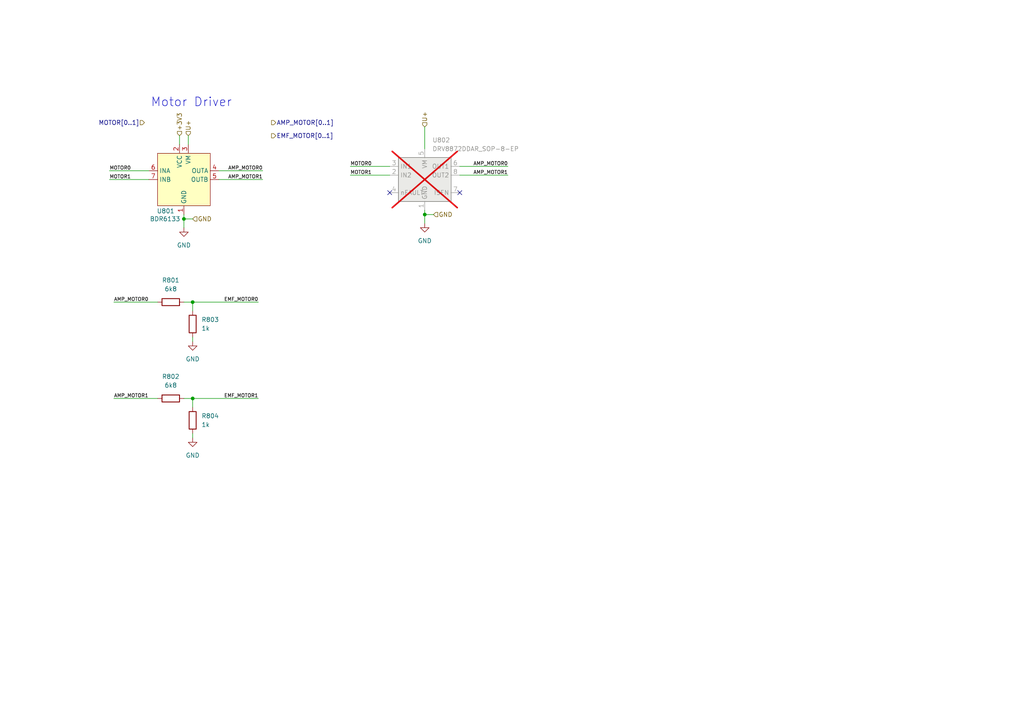
<source format=kicad_sch>
(kicad_sch (version 20231120) (generator "eeschema") (generator_version "8.0")
  (paper "A4")
  (lib_symbols
    (symbol "BDR6133:BDR6133"
      (property "Reference" "U" (at -7.112 -10.922 0))
      (property "Value" "BDR6133" (at -3.302 -8.89 0))
      (symbol "BDR6133_0_0"
        (pin power_in line (at 0 -10.16 90) (length 2.54) (name "GND") (number "1"))
        (pin power_in line (at -1.27 10.16 270) (length 2.54) (name "VCC") (number "2"))
        (pin power_in line (at 1.27 10.16 270) (length 2.54) (name "VM") (number "3"))
        (pin output line (at 10.16 2.54 180) (length 2.54) (name "OUTA") (number "4"))
        (pin output line (at 10.16 0 180) (length 2.54) (name "OUTB") (number "5"))
        (pin input line (at -10.16 2.54 0) (length 2.54) (name "INA") (number "6"))
        (pin input line (at -10.16 0 0) (length 2.54) (name "INB") (number "7"))
      )
      (symbol "BDR6133_1_0"
        (pin no_connect line (at -10.16 -2.54 0) (length 2.54) hide (name "NC") (number "8"))
      )
      (symbol "BDR6133_1_1"
        (rectangle (start -7.62 7.62) (end 7.62 -7.62) (fill (type background)))
      )
    )
    (symbol "Device:R" (pin_numbers hide) (pin_names (offset 0))
      (property "Reference" "R" (at 2.032 0 90))
      (property "Value" "R" (at 0 0 90))
      (symbol "R_0_1"
        (rectangle (start -1.016 -2.54) (end 1.016 2.54) (stroke (width 0.254)))
      )
      (symbol "R_1_1"
        (pin passive line (at 0 3.81 270) (length 1.27) (name "~") (number "1"))
        (pin passive line (at 0 -3.81 90) (length 1.27) (name "~") (number "2"))
      )
    )
    (symbol "Driver_Motor:DRV8872DDA"
      (property "Reference" "U" (at -6.35 6.35 0))
      (property "Value" "DRV8872DDA" (at 8.89 6.35 0))
      (symbol "DRV8872DDA_0_1"
        (rectangle (start -7.62 5.08) (end 7.62 -7.62) (stroke (width 0.254)) (fill (type background)))
      )
      (symbol "DRV8872DDA_1_1"
        (pin power_in line (at 0 -10.16 90) (length 2.54) (name "GND") (number "1"))
        (pin input line (at -10.16 0 0) (length 2.54) (name "IN2") (number "2"))
        (pin input line (at -10.16 2.54 0) (length 2.54) (name "IN1") (number "3"))
        (pin open_collector line (at -10.16 -5.08 0) (length 2.54) (name "nFAULT") (number "4"))
        (pin power_in line (at 0 7.62 270) (length 2.54) (name "VM") (number "5"))
        (pin output line (at 10.16 2.54 180) (length 2.54) (name "OUT1") (number "6"))
        (pin passive line (at 10.16 -5.08 180) (length 2.54) (name "ISEN") (number "7"))
        (pin output line (at 10.16 0 180) (length 2.54) (name "OUT2") (number "8"))
        (pin passive line (at 0 -10.16 90) (length 2.54) hide (name "GND") (number "9"))
      )
    )
    (symbol "power:GND" (power) (pin_names (offset 0))
      (property "Value" "GND" (at 0 -3.81 0))
      (symbol "GND_0_1"
        (polyline (pts (xy 0 0) (xy 0 -1.27) (xy 1.27 -1.27) (xy 0 -2.54) (xy -1.27 -1.27) (xy 0 -1.27)))
      )
      (symbol "GND_1_1"
        (pin power_in line (at 0 0 270) (length 0) hide (name "GND") (number "1"))
      )
    )
  )
  (junction (at 55.88 87.63))
  (junction (at 53.34 63.5))
  (junction (at 123.19 62.23))
  (junction (at 55.88 115.57))
  (no_connect (at 133.35 55.88))
  (no_connect (at 113.03 55.88))
  (wire (pts (xy 55.88 87.63) (xy 55.88 90.17)))
  (wire (pts (xy 53.34 87.63) (xy 55.88 87.63)))
  (wire (pts (xy 53.34 63.5) (xy 53.34 62.23)))
  (wire (pts (xy 53.34 115.57) (xy 55.88 115.57)))
  (wire (pts (xy 123.19 36.83) (xy 123.19 43.18)))
  (wire (pts (xy 55.88 125.73) (xy 55.88 127)))
  (wire (pts (xy 123.19 62.23) (xy 123.19 64.77)))
  (wire (pts (xy 53.34 63.5) (xy 53.34 66.04)))
  (wire (pts (xy 133.35 50.8) (xy 147.32 50.8)))
  (wire (pts (xy 101.6 48.26) (xy 113.03 48.26)))
  (wire (pts (xy 31.75 52.07) (xy 43.18 52.07)))
  (wire (pts (xy 123.19 62.23) (xy 125.73 62.23)))
  (wire (pts (xy 33.02 115.57) (xy 45.72 115.57)))
  (wire (pts (xy 54.61 39.37) (xy 54.61 41.91)))
  (wire (pts (xy 33.02 87.63) (xy 45.72 87.63)))
  (wire (pts (xy 53.34 63.5) (xy 55.88 63.5)))
  (wire (pts (xy 76.2 49.53) (xy 63.5 49.53)))
  (wire (pts (xy 31.75 49.53) (xy 43.18 49.53)))
  (wire (pts (xy 76.2 52.07) (xy 63.5 52.07)))
  (wire (pts (xy 55.88 97.79) (xy 55.88 99.06)))
  (wire (pts (xy 55.88 115.57) (xy 55.88 118.11)))
  (wire (pts (xy 52.07 39.37) (xy 52.07 41.91)))
  (wire (pts (xy 101.6 50.8) (xy 113.03 50.8)))
  (wire (pts (xy 133.35 48.26) (xy 147.32 48.26)))
  (wire (pts (xy 55.88 115.57) (xy 74.93 115.57)))
  (wire (pts (xy 123.19 60.96) (xy 123.19 62.23)))
  (wire (pts (xy 55.88 87.63) (xy 74.93 87.63)))
  (text "Motor Driver" (at 43.688 31.242 0) (effects (font (size 2.54 2.54)) (justify left bottom)))
  (label "MOTOR1" (at 101.6 50.8 0) (effects (font (size 1.016 1.016))))
  (label "AMP_MOTOR0" (at 76.2 49.53 180) (effects (font (size 1.016 1.016))))
  (label "MOTOR0" (at 31.75 49.53 0) (effects (font (size 1.016 1.016))))
  (label "AMP_MOTOR0" (at 147.32 48.26 180) (effects (font (size 1.016 1.016))))
  (label "AMP_MOTOR0" (at 33.02 87.63 0) (effects (font (size 1.016 1.016))))
  (label "MOTOR0" (at 101.6 48.26 0) (effects (font (size 1.016 1.016))))
  (label "AMP_MOTOR1" (at 76.2 52.07 180) (effects (font (size 1.016 1.016))))
  (label "EMF_MOTOR0" (at 74.93 87.63 180) (effects (font (size 1.016 1.016))))
  (label "AMP_MOTOR1" (at 33.02 115.57 0) (effects (font (size 1.016 1.016))))
  (label "MOTOR1" (at 31.75 52.07 0) (effects (font (size 1.016 1.016))))
  (label "AMP_MOTOR1" (at 147.32 50.8 180) (effects (font (size 1.016 1.016))))
  (label "EMF_MOTOR1" (at 74.93 115.57 180) (effects (font (size 1.016 1.016))))
  (hierarchical_label "AMP_MOTOR[0..1]" (shape output) (at 78.74 35.56 0))
  (hierarchical_label "+3V3" (shape input) (at 52.07 39.37 90))
  (hierarchical_label "U+" (shape input) (at 54.61 39.37 90))
  (hierarchical_label "EMF_MOTOR[0..1]" (shape output) (at 78.74 39.37 0))
  (hierarchical_label "MOTOR[0..1]" (shape input) (at 41.91 35.56 180))
  (hierarchical_label "GND" (shape input) (at 125.73 62.23 0))
  (hierarchical_label "GND" (shape input) (at 55.88 63.5 0))
  (hierarchical_label "U+" (shape input) (at 123.19 36.83 90))
  (symbol (lib_id "BDR6133:BDR6133") (at 53.34 52.07 0) (unit 1)
    (property "Reference" "U801" (at 45.466 61.214 0) (effects (justify left)))
    (property "Value" "BDR6133" (at 43.434 63.5 0) (effects (justify left)))
    (property "Footprint" "BDR6133:BDR6133" (effects (hide yes)))
    (property "OLI_ID" "BDR6133_SOP-8" (effects (hide yes)))
  )
  (symbol (lib_id "power:GND") (at 55.88 99.06 0) (unit 1)
    (property "Reference" "#PWR0802" (effects (hide yes)))
    (property "Value" "GND" (at 55.88 104.14 0))
    (property "Description" "Power symbol creates a global label with name \"GND\" , ground" (effects (hide yes)))
  )
  (symbol (lib_id "Driver_Motor:DRV8872DDA") (at 123.19 50.8 0) (unit 1) (exclude_from_sim yes) (in_bom no) (on_board no) (dnp yes)
    (property "Reference" "U802" (at 125.3841 40.64 0) (effects (justify left)))
    (property "Value" "DRV8872DDAR_SOP-8-EP" (at 125.3841 43.18 0) (effects (justify left)))
    (property "Footprint" "Package_SO:Texas_HTSOP-8-1EP_3.9x4.9mm_P1.27mm_EP2.95x4.9mm_Mask2.4x3.1mm_ThermalVias" (effects (hide yes)))
    (property "Datasheet" "http://www.ti.com/lit/ds/symlink/drv8872.pdf" (effects (hide yes)))
    (property "Description" "Brushed DC Motor Driver, PWM Control, 45V, 3.6A, Current limiting, Fault Reporting, HTSOP-8" (effects (hide yes)))
    (property "OLI_ID" "DRV8872DDAR_SOP-8-EP" (effects (hide yes)))
  )
  (symbol (lib_id "Device:R") (at 49.53 115.57 270) (unit 1)
    (property "Reference" "R802" (at 49.53 109.22 90))
    (property "Value" "6k8" (at 49.53 111.76 90))
    (property "Footprint" "Resistor_SMD:R_0805_2012Metric_Pad1.20x1.40mm_HandSolder" (effects (hide yes)))
    (property "Description" "Resistor" (effects (hide yes)))
    (property "OLI_ID" "6k8_0805" (effects (hide yes)))
  )
  (symbol (lib_id "power:GND") (at 55.88 127 0) (unit 1)
    (property "Reference" "#PWR0803" (effects (hide yes)))
    (property "Value" "GND" (at 55.88 132.08 0))
    (property "Description" "Power symbol creates a global label with name \"GND\" , ground" (effects (hide yes)))
  )
  (symbol (lib_id "Device:R") (at 49.53 87.63 270) (unit 1)
    (property "Reference" "R801" (at 49.53 81.28 90))
    (property "Value" "6k8" (at 49.53 83.82 90))
    (property "Footprint" "Resistor_SMD:R_0805_2012Metric_Pad1.20x1.40mm_HandSolder" (effects (hide yes)))
    (property "Description" "Resistor" (effects (hide yes)))
    (property "OLI_ID" "6k8_0805" (effects (hide yes)))
  )
  (symbol (lib_id "power:GND") (at 123.19 64.77 0) (unit 1)
    (property "Reference" "#PWR0804" (effects (hide yes)))
    (property "Value" "GND" (at 123.19 69.85 0))
    (property "Description" "Power symbol creates a global label with name \"GND\" , ground" (effects (hide yes)))
  )
  (symbol (lib_id "Device:R") (at 55.88 121.92 0) (unit 1)
    (property "Reference" "R804" (at 58.42 120.6499 0) (effects (justify left)))
    (property "Value" "1k" (at 58.42 123.1899 0) (effects (justify left)))
    (property "Footprint" "Resistor_SMD:R_0805_2012Metric_Pad1.20x1.40mm_HandSolder" (effects (hide yes)))
    (property "Description" "Resistor" (effects (hide yes)))
    (property "OLI_ID" "1k_0805" (effects (hide yes)))
  )
  (symbol (lib_id "Device:R") (at 55.88 93.98 0) (unit 1)
    (property "Reference" "R803" (at 58.42 92.7099 0) (effects (justify left)))
    (property "Value" "1k" (at 58.42 95.2499 0) (effects (justify left)))
    (property "Footprint" "Resistor_SMD:R_0805_2012Metric_Pad1.20x1.40mm_HandSolder" (effects (hide yes)))
    (property "Description" "Resistor" (effects (hide yes)))
    (property "OLI_ID" "1k_0805" (effects (hide yes)))
  )
  (symbol (lib_id "power:GND") (at 53.34 66.04 0) (unit 1)
    (property "Reference" "#PWR0801" (effects (hide yes)))
    (property "Value" "GND" (at 53.34 71.12 0))
    (property "Description" "Power symbol creates a global label with name \"GND\" , ground" (effects (hide yes)))
  )
)
</source>
